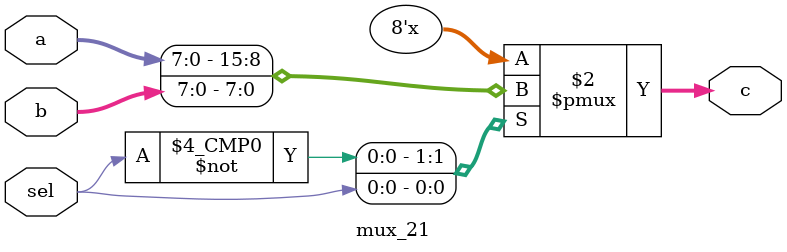
<source format=v>
`timescale 1ns / 1ps


module mux_21(a, b, sel, c);
    parameter WIDTH = 8;
    
    input [WIDTH-1:0] a, b;
    input sel;
    output reg [WIDTH-1:0] c;
    
    always @(a, b, sel) begin
        case(sel)
            1'b0: c = a;
            1'b1: c = b;
        endcase
    end
    
endmodule

</source>
